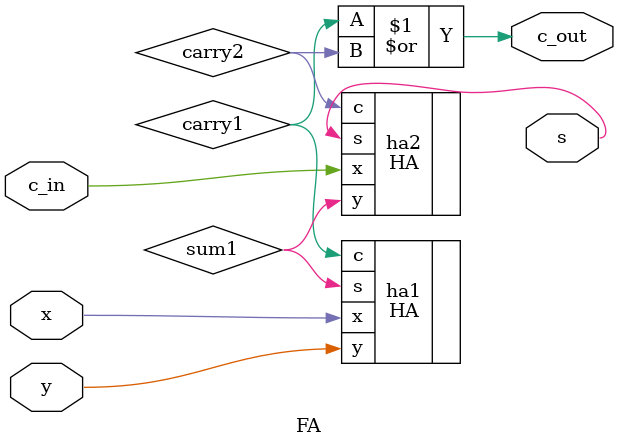
<source format=v>
module FA(x, y, c_in, s, c_out);
	input x, y, c_in;
	output s, c_out;
	
	wire sum1, carry1, carry2;

	HA ha1(.x(x), .y(y), .s(sum1), .c(carry1));
	HA ha2(.x(c_in), .y(sum1), .s(s), .c(carry2));
	or(c_out, carry1, carry2);

endmodule

</source>
